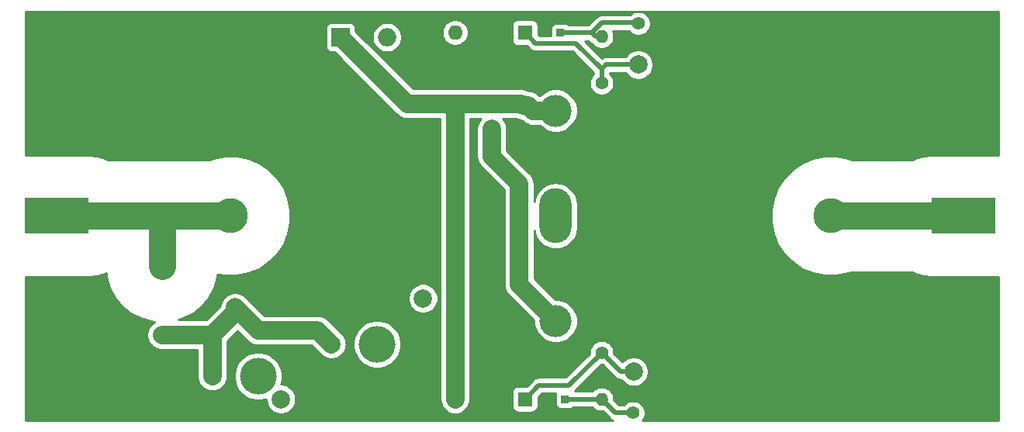
<source format=gbr>
%TF.GenerationSoftware,KiCad,Pcbnew,5.1.6-c6e7f7d~87~ubuntu20.04.1*%
%TF.CreationDate,2020-09-30T12:14:49+02:00*%
%TF.ProjectId,SWR bridge,53575220-6272-4696-9467-652e6b696361,rev?*%
%TF.SameCoordinates,Original*%
%TF.FileFunction,Copper,L1,Top*%
%TF.FilePolarity,Positive*%
%FSLAX46Y46*%
G04 Gerber Fmt 4.6, Leading zero omitted, Abs format (unit mm)*
G04 Created by KiCad (PCBNEW 5.1.6-c6e7f7d~87~ubuntu20.04.1) date 2020-09-30 12:14:49*
%MOMM*%
%LPD*%
G01*
G04 APERTURE LIST*
%TA.AperFunction,ComponentPad*%
%ADD10C,3.800000*%
%TD*%
%TA.AperFunction,ComponentPad*%
%ADD11C,2.000000*%
%TD*%
%TA.AperFunction,ComponentPad*%
%ADD12C,4.000000*%
%TD*%
%TA.AperFunction,ComponentPad*%
%ADD13R,1.600000X1.600000*%
%TD*%
%TA.AperFunction,ComponentPad*%
%ADD14O,1.600000X1.600000*%
%TD*%
%TA.AperFunction,ComponentPad*%
%ADD15R,7.000000X4.000000*%
%TD*%
%TA.AperFunction,ComponentPad*%
%ADD16R,7.000000X5.000000*%
%TD*%
%TA.AperFunction,ComponentPad*%
%ADD17C,3.500000*%
%TD*%
%TA.AperFunction,ComponentPad*%
%ADD18O,3.500000X6.000000*%
%TD*%
%TA.AperFunction,ComponentPad*%
%ADD19R,0.850000X0.850000*%
%TD*%
%TA.AperFunction,ComponentPad*%
%ADD20R,2.000000X2.000000*%
%TD*%
%TA.AperFunction,ComponentPad*%
%ADD21O,2.000000X2.000000*%
%TD*%
%TA.AperFunction,ComponentPad*%
%ADD22O,1.400000X1.400000*%
%TD*%
%TA.AperFunction,ComponentPad*%
%ADD23C,1.400000*%
%TD*%
%TA.AperFunction,ViaPad*%
%ADD24C,1.000000*%
%TD*%
%TA.AperFunction,Conductor*%
%ADD25C,0.250000*%
%TD*%
%TA.AperFunction,Conductor*%
%ADD26C,0.500000*%
%TD*%
%TA.AperFunction,Conductor*%
%ADD27C,3.000000*%
%TD*%
%TA.AperFunction,Conductor*%
%ADD28C,2.000000*%
%TD*%
%TA.AperFunction,Conductor*%
%ADD29C,0.254000*%
%TD*%
G04 APERTURE END LIST*
D10*
%TO.P,REF\u002A\u002A,2*%
%TO.N,Earth*%
X147500000Y-76000000D03*
%TD*%
%TO.P,REF\u002A\u002A,2*%
%TO.N,Earth*%
X136500000Y-76000000D03*
%TD*%
%TO.P,REF\u002A\u002A,2*%
%TO.N,Earth*%
X147000000Y-38500000D03*
%TD*%
%TO.P,REF\u002A\u002A,2*%
%TO.N,Earth*%
X136500000Y-38500000D03*
%TD*%
%TO.P,REF\u002A\u002A,3*%
%TO.N,Earth*%
X129500000Y-68000000D03*
%TD*%
%TO.P,REF\u002A\u002A,3*%
%TO.N,Earth*%
X120000000Y-68000000D03*
%TD*%
%TO.P,REF\u002A\u002A,2*%
%TO.N,Earth*%
X129500000Y-46500000D03*
%TD*%
%TO.P,REF\u002A\u002A,1*%
%TO.N,Earth*%
X120000000Y-46500000D03*
%TD*%
D11*
%TO.P,C3,1*%
%TO.N,/REF*%
X120000000Y-40500000D03*
%TO.P,C3,2*%
%TO.N,Earth*%
X125000000Y-40500000D03*
%TD*%
%TO.P,C4,1*%
%TO.N,/FORWARD*%
X119500000Y-74000000D03*
%TO.P,C4,2*%
%TO.N,Earth*%
X124500000Y-74000000D03*
%TD*%
%TO.P,R1,1*%
%TO.N,/T-center*%
X86500000Y-71000000D03*
%TO.P,R1,2*%
%TO.N,Earth*%
X96500000Y-76000000D03*
%TO.P,R1,3*%
%TO.N,N/C*%
X96500000Y-66000000D03*
D12*
%TO.P,R1,4*%
X91500000Y-71000000D03*
%TD*%
D11*
%TO.P,C2,2*%
%TO.N,Earth*%
X81000000Y-72000000D03*
%TO.P,C2,3*%
%TO.N,N/C*%
X81000000Y-77000000D03*
%TO.P,C2,1*%
%TO.N,/T-center*%
X73500000Y-74500000D03*
D12*
%TO.P,C2,4*%
%TO.N,N/C*%
X78500000Y-74500000D03*
%TD*%
D11*
%TO.P,C5,2*%
%TO.N,Earth*%
X81000000Y-67000000D03*
%TO.P,C5,1*%
%TO.N,/T-center*%
X76000000Y-67000000D03*
%TD*%
D13*
%TO.P,D1,1*%
%TO.N,/REF*%
X107620000Y-37000000D03*
D14*
%TO.P,D1,2*%
%TO.N,/T1*%
X100000000Y-37000000D03*
%TD*%
%TO.P,D2,2*%
%TO.N,/T2*%
X100000000Y-77000000D03*
D13*
%TO.P,D2,1*%
%TO.N,/FORWARD*%
X107620000Y-77000000D03*
%TD*%
D15*
%TO.P,J3,1*%
%TO.N,/RF-IN*%
X155500000Y-57000000D03*
D16*
%TO.P,J3,2*%
%TO.N,Earth*%
X155500000Y-44500000D03*
%TO.P,J3,3*%
X155500000Y-69500000D03*
%TD*%
D17*
%TO.P,L2,3*%
%TO.N,/T2*%
X111000000Y-45500000D03*
%TO.P,L2,2*%
%TO.N,/T1*%
X111000000Y-68500000D03*
D18*
%TO.P,L2,1*%
%TO.N,/T-center*%
X111000000Y-57000000D03*
%TD*%
D10*
%TO.P,J4,1*%
%TO.N,/RF-OUT*%
X75500000Y-57000000D03*
%TD*%
%TO.P,J5,1*%
%TO.N,/RF-IN*%
X141000000Y-57000000D03*
%TD*%
D11*
%TO.P,C1,1*%
%TO.N,/RF-OUT*%
X68000000Y-62487500D03*
%TO.P,C1,2*%
%TO.N,/T-center*%
X68000000Y-69987500D03*
%TD*%
D19*
%TO.P,J2,1*%
%TO.N,/vREF*%
X111500000Y-37000000D03*
%TD*%
%TO.P,J6,1*%
%TO.N,/VFOR*%
X112000000Y-77000000D03*
%TD*%
D15*
%TO.P,J1,1*%
%TO.N,/RF-OUT*%
X56500000Y-57000000D03*
D16*
%TO.P,J1,2*%
%TO.N,Earth*%
X56500000Y-44500000D03*
%TO.P,J1,3*%
X56500000Y-69500000D03*
%TD*%
D20*
%TO.P,R2,1*%
%TO.N,/T2*%
X87500000Y-37500000D03*
D21*
%TO.P,R2,2*%
%TO.N,/T1*%
X92580000Y-37500000D03*
%TD*%
D10*
%TO.P,J7,1*%
%TO.N,Earth*%
X56000000Y-37000000D03*
%TD*%
%TO.P,J8,1*%
%TO.N,Earth*%
X56000000Y-77000000D03*
%TD*%
%TO.P,J9,1*%
%TO.N,Earth*%
X157000000Y-37000000D03*
%TD*%
%TO.P,J10,1*%
%TO.N,Earth*%
X157000000Y-77000000D03*
%TD*%
D22*
%TO.P,R3,2*%
%TO.N,/vREF*%
X116000000Y-37420000D03*
D23*
%TO.P,R3,1*%
%TO.N,/REF*%
X116000000Y-42500000D03*
%TD*%
D22*
%TO.P,R4,2*%
%TO.N,Earth*%
X125080000Y-36000000D03*
D23*
%TO.P,R4,1*%
%TO.N,/vREF*%
X120000000Y-36000000D03*
%TD*%
%TO.P,R5,1*%
%TO.N,/FORWARD*%
X116000000Y-71920000D03*
D22*
%TO.P,R5,2*%
%TO.N,/VFOR*%
X116000000Y-77000000D03*
%TD*%
D23*
%TO.P,R6,1*%
%TO.N,/VFOR*%
X119420000Y-78500000D03*
D22*
%TO.P,R6,2*%
%TO.N,Earth*%
X124500000Y-78500000D03*
%TD*%
D24*
%TO.N,/T1*%
X104000000Y-47500000D03*
%TD*%
D25*
%TO.N,Earth*%
X152000000Y-44500000D02*
X155500000Y-44500000D01*
D26*
%TO.N,/FORWARD*%
X118080000Y-74000000D02*
X116000000Y-71920000D01*
X119500000Y-74000000D02*
X118080000Y-74000000D01*
X116000000Y-71920000D02*
X112420000Y-75500000D01*
X109120000Y-75500000D02*
X107620000Y-77000000D01*
X112420000Y-75500000D02*
X109120000Y-75500000D01*
D25*
%TO.N,/REF*%
X107668440Y-37048440D02*
X107620000Y-37000000D01*
D26*
X113175001Y-38175001D02*
X116000000Y-41000000D01*
X108795001Y-38175001D02*
X113175001Y-38175001D01*
X107620000Y-37000000D02*
X108795001Y-38175001D01*
X116500000Y-40500000D02*
X116000000Y-41000000D01*
X120000000Y-40500000D02*
X116500000Y-40500000D01*
X116000000Y-42500000D02*
X116000000Y-41000000D01*
D27*
%TO.N,/RF-OUT*%
X68000000Y-57000000D02*
X60500000Y-57000000D01*
X68000000Y-62487500D02*
X68000000Y-57000000D01*
X75500000Y-57000000D02*
X68000000Y-57000000D01*
X75500000Y-57000000D02*
X58525010Y-57000000D01*
D28*
%TO.N,/T-center*%
X76000000Y-67487500D02*
X76000000Y-67000000D01*
X73500000Y-69987500D02*
X76000000Y-67487500D01*
X73500000Y-69987500D02*
X73500000Y-74500000D01*
X68000000Y-69987500D02*
X73500000Y-69987500D01*
X85000000Y-69500000D02*
X86500000Y-71000000D01*
X78500000Y-69500000D02*
X85000000Y-69500000D01*
X76000000Y-67000000D02*
X78500000Y-69500000D01*
%TO.N,/T1*%
X107000000Y-54500000D02*
X107000000Y-64500000D01*
X107000000Y-64500000D02*
X111000000Y-68500000D01*
X107000000Y-53500000D02*
X104000000Y-50500000D01*
X107000000Y-54500000D02*
X107000000Y-53500000D01*
X104000000Y-50500000D02*
X104000000Y-47500000D01*
%TO.N,/T2*%
X107474873Y-44974873D02*
X107249610Y-44749610D01*
X108000000Y-44974873D02*
X107474873Y-44974873D01*
X108525127Y-45500000D02*
X108000000Y-44974873D01*
X111000000Y-45500000D02*
X108525127Y-45500000D01*
X100000000Y-45500000D02*
X99249610Y-44749610D01*
X100000000Y-77000000D02*
X100000000Y-45500000D01*
X107249610Y-44749610D02*
X99249610Y-44749610D01*
X94749610Y-44749610D02*
X87500000Y-37500000D01*
X99249610Y-44749610D02*
X94749610Y-44749610D01*
D27*
%TO.N,/RF-IN*%
X141000000Y-57000000D02*
X153974990Y-57000000D01*
D26*
%TO.N,/vREF*%
X114920000Y-37000000D02*
X116000000Y-35920000D01*
X111500000Y-37000000D02*
X114920000Y-37000000D01*
X119920000Y-35920000D02*
X120000000Y-36000000D01*
X116000000Y-35920000D02*
X119920000Y-35920000D01*
X115340000Y-37420000D02*
X114920000Y-37000000D01*
X116000000Y-37420000D02*
X115340000Y-37420000D01*
%TO.N,/VFOR*%
X117500000Y-78500000D02*
X116000000Y-77000000D01*
X119420000Y-78500000D02*
X117500000Y-78500000D01*
X112000000Y-77000000D02*
X116000000Y-77000000D01*
%TD*%
D29*
%TO.N,Earth*%
G36*
X159340000Y-35032418D02*
G01*
X159340001Y-35032428D01*
X159340001Y-50384099D01*
X159000000Y-50350612D01*
X152000000Y-50350612D01*
X151092949Y-50439949D01*
X150220756Y-50704526D01*
X149905563Y-50873000D01*
X143263986Y-50873000D01*
X142903856Y-50723829D01*
X141642853Y-50473000D01*
X140357147Y-50473000D01*
X139096144Y-50723829D01*
X137908306Y-51215848D01*
X136839280Y-51930148D01*
X135930148Y-52839280D01*
X135215848Y-53908306D01*
X134723829Y-55096144D01*
X134473000Y-56357147D01*
X134473000Y-57642853D01*
X134723829Y-58903856D01*
X135215848Y-60091694D01*
X135930148Y-61160720D01*
X136839280Y-62069852D01*
X137908306Y-62784152D01*
X139096144Y-63276171D01*
X140357147Y-63527000D01*
X141642853Y-63527000D01*
X142903856Y-63276171D01*
X143263986Y-63127000D01*
X149905563Y-63127000D01*
X150220756Y-63295474D01*
X151092949Y-63560051D01*
X152000000Y-63649388D01*
X159000000Y-63649388D01*
X159340000Y-63615901D01*
X159340000Y-79340000D01*
X120464321Y-79340000D01*
X120603061Y-79132359D01*
X120703696Y-78889405D01*
X120755000Y-78631486D01*
X120755000Y-78368514D01*
X120703696Y-78110595D01*
X120603061Y-77867641D01*
X120456962Y-77648987D01*
X120271013Y-77463038D01*
X120052359Y-77316939D01*
X119809405Y-77216304D01*
X119551486Y-77165000D01*
X119288514Y-77165000D01*
X119030595Y-77216304D01*
X118787641Y-77316939D01*
X118568987Y-77463038D01*
X118417025Y-77615000D01*
X117866579Y-77615000D01*
X117335000Y-77083422D01*
X117335000Y-76868514D01*
X117283696Y-76610595D01*
X117183061Y-76367641D01*
X117036962Y-76148987D01*
X116851013Y-75963038D01*
X116632359Y-75816939D01*
X116389405Y-75716304D01*
X116131486Y-75665000D01*
X115868514Y-75665000D01*
X115610595Y-75716304D01*
X115367641Y-75816939D01*
X115148987Y-75963038D01*
X114997025Y-76115000D01*
X113060156Y-76115000D01*
X113076534Y-76095044D01*
X115916579Y-73255000D01*
X116083422Y-73255000D01*
X117423470Y-74595049D01*
X117451183Y-74628817D01*
X117484951Y-74656530D01*
X117484953Y-74656532D01*
X117511613Y-74678411D01*
X117585941Y-74739411D01*
X117739687Y-74821589D01*
X117906510Y-74872195D01*
X118036523Y-74885000D01*
X118036533Y-74885000D01*
X118079999Y-74889281D01*
X118123465Y-74885000D01*
X118124941Y-74885000D01*
X118230013Y-75042252D01*
X118457748Y-75269987D01*
X118725537Y-75448918D01*
X119023088Y-75572168D01*
X119338967Y-75635000D01*
X119661033Y-75635000D01*
X119976912Y-75572168D01*
X120274463Y-75448918D01*
X120542252Y-75269987D01*
X120769987Y-75042252D01*
X120948918Y-74774463D01*
X121072168Y-74476912D01*
X121135000Y-74161033D01*
X121135000Y-73838967D01*
X121072168Y-73523088D01*
X120948918Y-73225537D01*
X120769987Y-72957748D01*
X120542252Y-72730013D01*
X120274463Y-72551082D01*
X119976912Y-72427832D01*
X119661033Y-72365000D01*
X119338967Y-72365000D01*
X119023088Y-72427832D01*
X118725537Y-72551082D01*
X118457748Y-72730013D01*
X118259670Y-72928091D01*
X117335000Y-72003422D01*
X117335000Y-71788514D01*
X117283696Y-71530595D01*
X117183061Y-71287641D01*
X117036962Y-71068987D01*
X116851013Y-70883038D01*
X116632359Y-70736939D01*
X116389405Y-70636304D01*
X116131486Y-70585000D01*
X115868514Y-70585000D01*
X115610595Y-70636304D01*
X115367641Y-70736939D01*
X115148987Y-70883038D01*
X114963038Y-71068987D01*
X114816939Y-71287641D01*
X114716304Y-71530595D01*
X114665000Y-71788514D01*
X114665000Y-72003421D01*
X112053422Y-74615000D01*
X109163465Y-74615000D01*
X109119999Y-74610719D01*
X109076533Y-74615000D01*
X109076523Y-74615000D01*
X108946510Y-74627805D01*
X108779687Y-74678411D01*
X108625941Y-74760589D01*
X108625939Y-74760590D01*
X108625940Y-74760590D01*
X108524953Y-74843468D01*
X108524951Y-74843470D01*
X108491183Y-74871183D01*
X108463470Y-74904951D01*
X107806493Y-75561928D01*
X106820000Y-75561928D01*
X106695518Y-75574188D01*
X106575820Y-75610498D01*
X106465506Y-75669463D01*
X106368815Y-75748815D01*
X106289463Y-75845506D01*
X106230498Y-75955820D01*
X106194188Y-76075518D01*
X106181928Y-76200000D01*
X106181928Y-77800000D01*
X106194188Y-77924482D01*
X106230498Y-78044180D01*
X106289463Y-78154494D01*
X106368815Y-78251185D01*
X106465506Y-78330537D01*
X106575820Y-78389502D01*
X106695518Y-78425812D01*
X106820000Y-78438072D01*
X108420000Y-78438072D01*
X108544482Y-78425812D01*
X108664180Y-78389502D01*
X108774494Y-78330537D01*
X108871185Y-78251185D01*
X108950537Y-78154494D01*
X109009502Y-78044180D01*
X109045812Y-77924482D01*
X109058072Y-77800000D01*
X109058072Y-76813507D01*
X109486579Y-76385000D01*
X110969063Y-76385000D01*
X110949188Y-76450518D01*
X110936928Y-76575000D01*
X110936928Y-77425000D01*
X110949188Y-77549482D01*
X110985498Y-77669180D01*
X111044463Y-77779494D01*
X111123815Y-77876185D01*
X111220506Y-77955537D01*
X111330820Y-78014502D01*
X111450518Y-78050812D01*
X111575000Y-78063072D01*
X112425000Y-78063072D01*
X112549482Y-78050812D01*
X112669180Y-78014502D01*
X112779494Y-77955537D01*
X112865444Y-77885000D01*
X114997025Y-77885000D01*
X115148987Y-78036962D01*
X115367641Y-78183061D01*
X115610595Y-78283696D01*
X115868514Y-78335000D01*
X116083422Y-78335000D01*
X116843470Y-79095049D01*
X116871183Y-79128817D01*
X116904951Y-79156530D01*
X116904953Y-79156532D01*
X116976452Y-79215210D01*
X117005941Y-79239411D01*
X117159687Y-79321589D01*
X117220379Y-79340000D01*
X53160000Y-79340000D01*
X53160000Y-63649388D01*
X60000000Y-63649388D01*
X60907051Y-63560051D01*
X61779244Y-63295474D01*
X61915747Y-63222512D01*
X61961653Y-63688601D01*
X62312002Y-64843545D01*
X62880937Y-65907948D01*
X63646595Y-66840905D01*
X64579551Y-67606563D01*
X65643954Y-68175498D01*
X66798898Y-68525847D01*
X67187339Y-68564105D01*
X67158431Y-68583421D01*
X67087248Y-68621469D01*
X67024854Y-68672674D01*
X66957748Y-68717513D01*
X66900681Y-68774580D01*
X66838286Y-68825786D01*
X66787080Y-68888181D01*
X66730013Y-68945248D01*
X66685174Y-69012354D01*
X66633969Y-69074748D01*
X66595921Y-69145931D01*
X66551082Y-69213037D01*
X66520196Y-69287602D01*
X66482148Y-69358785D01*
X66458719Y-69436021D01*
X66427832Y-69510588D01*
X66412086Y-69589749D01*
X66388657Y-69666984D01*
X66380746Y-69747307D01*
X66365000Y-69826467D01*
X66365000Y-69907178D01*
X66357089Y-69987500D01*
X66365000Y-70067822D01*
X66365000Y-70148533D01*
X66380746Y-70227693D01*
X66388657Y-70308016D01*
X66412086Y-70385251D01*
X66427832Y-70464412D01*
X66458719Y-70538979D01*
X66482148Y-70616215D01*
X66520196Y-70687398D01*
X66551082Y-70761963D01*
X66595921Y-70829069D01*
X66633969Y-70900252D01*
X66685174Y-70962646D01*
X66730013Y-71029752D01*
X66787080Y-71086819D01*
X66838286Y-71149214D01*
X66900681Y-71200420D01*
X66957748Y-71257487D01*
X67024854Y-71302326D01*
X67087248Y-71353531D01*
X67158431Y-71391579D01*
X67225537Y-71436418D01*
X67300102Y-71467304D01*
X67371285Y-71505352D01*
X67448521Y-71528781D01*
X67523088Y-71559668D01*
X67602249Y-71575414D01*
X67679484Y-71598843D01*
X67759807Y-71606754D01*
X67838967Y-71622500D01*
X71865000Y-71622500D01*
X71865001Y-74338962D01*
X71865000Y-74338967D01*
X71865000Y-74661033D01*
X71880748Y-74740203D01*
X71888658Y-74820516D01*
X71912084Y-74897742D01*
X71927832Y-74976912D01*
X71958722Y-75051488D01*
X71982149Y-75128715D01*
X72020192Y-75199889D01*
X72051082Y-75274463D01*
X72095926Y-75341577D01*
X72133970Y-75412752D01*
X72185170Y-75475139D01*
X72230013Y-75542252D01*
X72287085Y-75599324D01*
X72338287Y-75661714D01*
X72400677Y-75712916D01*
X72457748Y-75769987D01*
X72524860Y-75814830D01*
X72587249Y-75866031D01*
X72658427Y-75904076D01*
X72725537Y-75948918D01*
X72800107Y-75979806D01*
X72871286Y-76017852D01*
X72948518Y-76041280D01*
X73023088Y-76072168D01*
X73102252Y-76087915D01*
X73179485Y-76111343D01*
X73259806Y-76119254D01*
X73338967Y-76135000D01*
X73419678Y-76135000D01*
X73500000Y-76142911D01*
X73580322Y-76135000D01*
X73661033Y-76135000D01*
X73740193Y-76119254D01*
X73820516Y-76111343D01*
X73897751Y-76087914D01*
X73976912Y-76072168D01*
X74051479Y-76041281D01*
X74128715Y-76017852D01*
X74199898Y-75979804D01*
X74274463Y-75948918D01*
X74341569Y-75904079D01*
X74412752Y-75866031D01*
X74475146Y-75814826D01*
X74542252Y-75769987D01*
X74599319Y-75712920D01*
X74661714Y-75661714D01*
X74712920Y-75599319D01*
X74769987Y-75542252D01*
X74814826Y-75475146D01*
X74866031Y-75412752D01*
X74904079Y-75341569D01*
X74948918Y-75274463D01*
X74979804Y-75199898D01*
X75017852Y-75128715D01*
X75041281Y-75051479D01*
X75072168Y-74976912D01*
X75087914Y-74897751D01*
X75111343Y-74820516D01*
X75119254Y-74740193D01*
X75135000Y-74661033D01*
X75135000Y-74240475D01*
X75865000Y-74240475D01*
X75865000Y-74759525D01*
X75966261Y-75268601D01*
X76164893Y-75748141D01*
X76453262Y-76179715D01*
X76820285Y-76546738D01*
X77251859Y-76835107D01*
X77731399Y-77033739D01*
X78240475Y-77135000D01*
X78759525Y-77135000D01*
X79268601Y-77033739D01*
X79365000Y-76993809D01*
X79365000Y-77161033D01*
X79427832Y-77476912D01*
X79551082Y-77774463D01*
X79730013Y-78042252D01*
X79957748Y-78269987D01*
X80225537Y-78448918D01*
X80523088Y-78572168D01*
X80838967Y-78635000D01*
X81161033Y-78635000D01*
X81476912Y-78572168D01*
X81774463Y-78448918D01*
X82042252Y-78269987D01*
X82269987Y-78042252D01*
X82448918Y-77774463D01*
X82572168Y-77476912D01*
X82635000Y-77161033D01*
X82635000Y-76838967D01*
X82572168Y-76523088D01*
X82448918Y-76225537D01*
X82269987Y-75957748D01*
X82042252Y-75730013D01*
X81774463Y-75551082D01*
X81476912Y-75427832D01*
X81161033Y-75365000D01*
X80993809Y-75365000D01*
X81033739Y-75268601D01*
X81135000Y-74759525D01*
X81135000Y-74240475D01*
X81033739Y-73731399D01*
X80835107Y-73251859D01*
X80546738Y-72820285D01*
X80179715Y-72453262D01*
X79748141Y-72164893D01*
X79268601Y-71966261D01*
X78759525Y-71865000D01*
X78240475Y-71865000D01*
X77731399Y-71966261D01*
X77251859Y-72164893D01*
X76820285Y-72453262D01*
X76453262Y-72820285D01*
X76164893Y-73251859D01*
X75966261Y-73731399D01*
X75865000Y-74240475D01*
X75135000Y-74240475D01*
X75135000Y-70664738D01*
X76243750Y-69555989D01*
X77287080Y-70599319D01*
X77338286Y-70661714D01*
X77587248Y-70866031D01*
X77871285Y-71017852D01*
X78179484Y-71111343D01*
X78419678Y-71135000D01*
X78419680Y-71135000D01*
X78500000Y-71142911D01*
X78580319Y-71135000D01*
X84322762Y-71135000D01*
X85230013Y-72042252D01*
X85457748Y-72269987D01*
X85524857Y-72314828D01*
X85587247Y-72366030D01*
X85658427Y-72404077D01*
X85725537Y-72448918D01*
X85800106Y-72479806D01*
X85871284Y-72517851D01*
X85948515Y-72541279D01*
X86023088Y-72572168D01*
X86102256Y-72587915D01*
X86179483Y-72611342D01*
X86259800Y-72619253D01*
X86338967Y-72635000D01*
X86419680Y-72635000D01*
X86499999Y-72642911D01*
X86580319Y-72635000D01*
X86661033Y-72635000D01*
X86740201Y-72619253D01*
X86820516Y-72611342D01*
X86897741Y-72587916D01*
X86976912Y-72572168D01*
X87051490Y-72541277D01*
X87128714Y-72517851D01*
X87199886Y-72479809D01*
X87274463Y-72448918D01*
X87341578Y-72404073D01*
X87412752Y-72366030D01*
X87475138Y-72314831D01*
X87542252Y-72269987D01*
X87599328Y-72212911D01*
X87661713Y-72161713D01*
X87712911Y-72099328D01*
X87769987Y-72042252D01*
X87814831Y-71975138D01*
X87866030Y-71912752D01*
X87904073Y-71841578D01*
X87948918Y-71774463D01*
X87979809Y-71699886D01*
X88017851Y-71628714D01*
X88041277Y-71551490D01*
X88072168Y-71476912D01*
X88087916Y-71397741D01*
X88111342Y-71320516D01*
X88119253Y-71240201D01*
X88135000Y-71161033D01*
X88135000Y-71080319D01*
X88142911Y-70999999D01*
X88135000Y-70919680D01*
X88135000Y-70838967D01*
X88119253Y-70759800D01*
X88117350Y-70740475D01*
X88865000Y-70740475D01*
X88865000Y-71259525D01*
X88966261Y-71768601D01*
X89164893Y-72248141D01*
X89453262Y-72679715D01*
X89820285Y-73046738D01*
X90251859Y-73335107D01*
X90731399Y-73533739D01*
X91240475Y-73635000D01*
X91759525Y-73635000D01*
X92268601Y-73533739D01*
X92748141Y-73335107D01*
X93179715Y-73046738D01*
X93546738Y-72679715D01*
X93835107Y-72248141D01*
X94033739Y-71768601D01*
X94135000Y-71259525D01*
X94135000Y-70740475D01*
X94033739Y-70231399D01*
X93835107Y-69751859D01*
X93546738Y-69320285D01*
X93179715Y-68953262D01*
X92748141Y-68664893D01*
X92268601Y-68466261D01*
X91759525Y-68365000D01*
X91240475Y-68365000D01*
X90731399Y-68466261D01*
X90251859Y-68664893D01*
X89820285Y-68953262D01*
X89453262Y-69320285D01*
X89164893Y-69751859D01*
X88966261Y-70231399D01*
X88865000Y-70740475D01*
X88117350Y-70740475D01*
X88111342Y-70679483D01*
X88087915Y-70602256D01*
X88072168Y-70523088D01*
X88041279Y-70448515D01*
X88017851Y-70371284D01*
X87979806Y-70300106D01*
X87948918Y-70225537D01*
X87904077Y-70158427D01*
X87866030Y-70087247D01*
X87814828Y-70024857D01*
X87769987Y-69957748D01*
X86212925Y-68400686D01*
X86161714Y-68338286D01*
X85912752Y-68133969D01*
X85628715Y-67982148D01*
X85320516Y-67888657D01*
X85080322Y-67865000D01*
X85080319Y-67865000D01*
X85000000Y-67857089D01*
X84919681Y-67865000D01*
X79177239Y-67865000D01*
X77269989Y-65957751D01*
X77269987Y-65957748D01*
X77212920Y-65900681D01*
X77162273Y-65838967D01*
X94865000Y-65838967D01*
X94865000Y-66161033D01*
X94927832Y-66476912D01*
X95051082Y-66774463D01*
X95230013Y-67042252D01*
X95457748Y-67269987D01*
X95725537Y-67448918D01*
X96023088Y-67572168D01*
X96338967Y-67635000D01*
X96661033Y-67635000D01*
X96976912Y-67572168D01*
X97274463Y-67448918D01*
X97542252Y-67269987D01*
X97769987Y-67042252D01*
X97948918Y-66774463D01*
X98072168Y-66476912D01*
X98135000Y-66161033D01*
X98135000Y-65838967D01*
X98072168Y-65523088D01*
X97948918Y-65225537D01*
X97769987Y-64957748D01*
X97542252Y-64730013D01*
X97274463Y-64551082D01*
X96976912Y-64427832D01*
X96661033Y-64365000D01*
X96338967Y-64365000D01*
X96023088Y-64427832D01*
X95725537Y-64551082D01*
X95457748Y-64730013D01*
X95230013Y-64957748D01*
X95051082Y-65225537D01*
X94927832Y-65523088D01*
X94865000Y-65838967D01*
X77162273Y-65838967D01*
X77161714Y-65838286D01*
X77099319Y-65787080D01*
X77042252Y-65730013D01*
X76975146Y-65685174D01*
X76912752Y-65633969D01*
X76841569Y-65595921D01*
X76774463Y-65551082D01*
X76699898Y-65520196D01*
X76628715Y-65482148D01*
X76551479Y-65458719D01*
X76476912Y-65427832D01*
X76397751Y-65412086D01*
X76320516Y-65388657D01*
X76240193Y-65380746D01*
X76161033Y-65365000D01*
X76080322Y-65365000D01*
X76000000Y-65357089D01*
X75919678Y-65365000D01*
X75838967Y-65365000D01*
X75759806Y-65380746D01*
X75679485Y-65388657D01*
X75602252Y-65412085D01*
X75523088Y-65427832D01*
X75448518Y-65458720D01*
X75371286Y-65482148D01*
X75300107Y-65520194D01*
X75225537Y-65551082D01*
X75158427Y-65595924D01*
X75087249Y-65633969D01*
X75024858Y-65685171D01*
X74957748Y-65730013D01*
X74900680Y-65787081D01*
X74838286Y-65838286D01*
X74787080Y-65900681D01*
X74730013Y-65957748D01*
X74685174Y-66024854D01*
X74633969Y-66087248D01*
X74595921Y-66158431D01*
X74551082Y-66225537D01*
X74520196Y-66300102D01*
X74482148Y-66371285D01*
X74458719Y-66448521D01*
X74427832Y-66523088D01*
X74412086Y-66602249D01*
X74388657Y-66679484D01*
X74380746Y-66759807D01*
X74372128Y-66803134D01*
X72822762Y-68352500D01*
X69772549Y-68352500D01*
X70356045Y-68175498D01*
X71420448Y-67606563D01*
X72353405Y-66840905D01*
X73119063Y-65907949D01*
X73687998Y-64843546D01*
X74038347Y-63688602D01*
X74069691Y-63370365D01*
X74857147Y-63527000D01*
X76142853Y-63527000D01*
X77403856Y-63276171D01*
X78591694Y-62784152D01*
X79660720Y-62069852D01*
X80569852Y-61160720D01*
X81284152Y-60091694D01*
X81776171Y-58903856D01*
X82027000Y-57642853D01*
X82027000Y-56357147D01*
X81776171Y-55096144D01*
X81284152Y-53908306D01*
X80569852Y-52839280D01*
X79660720Y-51930148D01*
X78591694Y-51215848D01*
X77403856Y-50723829D01*
X76142853Y-50473000D01*
X74857147Y-50473000D01*
X73596144Y-50723829D01*
X73236014Y-50873000D01*
X68300991Y-50873000D01*
X68000000Y-50843355D01*
X67699009Y-50873000D01*
X62094437Y-50873000D01*
X61779244Y-50704526D01*
X60907051Y-50439949D01*
X60000000Y-50350612D01*
X53160000Y-50350612D01*
X53160000Y-37500000D01*
X85857089Y-37500000D01*
X85861928Y-37549130D01*
X85861928Y-38500000D01*
X85874188Y-38624482D01*
X85910498Y-38744180D01*
X85969463Y-38854494D01*
X86048815Y-38951185D01*
X86145506Y-39030537D01*
X86255820Y-39089502D01*
X86375518Y-39125812D01*
X86500000Y-39138072D01*
X86825834Y-39138072D01*
X93536690Y-45848929D01*
X93587896Y-45911324D01*
X93836858Y-46115641D01*
X93986599Y-46195679D01*
X94120895Y-46267462D01*
X94429093Y-46360953D01*
X94749610Y-46392521D01*
X94829932Y-46384610D01*
X98365001Y-46384610D01*
X98365000Y-77080321D01*
X98388657Y-77320515D01*
X98482148Y-77628714D01*
X98633969Y-77912751D01*
X98838286Y-78161714D01*
X99087248Y-78366031D01*
X99371285Y-78517852D01*
X99679484Y-78611343D01*
X100000000Y-78642911D01*
X100320515Y-78611343D01*
X100628714Y-78517852D01*
X100912751Y-78366031D01*
X101161714Y-78161714D01*
X101366031Y-77912752D01*
X101517852Y-77628715D01*
X101611343Y-77320516D01*
X101635000Y-77080322D01*
X101635000Y-46384610D01*
X102800270Y-46384610D01*
X102633970Y-46587248D01*
X102482149Y-46871285D01*
X102388658Y-47179484D01*
X102365001Y-47419678D01*
X102365000Y-50419680D01*
X102357089Y-50500000D01*
X102365000Y-50580319D01*
X102365000Y-50580321D01*
X102388657Y-50820515D01*
X102482148Y-51128714D01*
X102633969Y-51412751D01*
X102838286Y-51661714D01*
X102900686Y-51712924D01*
X105365000Y-54177240D01*
X105365000Y-54419679D01*
X105365001Y-64419671D01*
X105357089Y-64500000D01*
X105388658Y-64820516D01*
X105482148Y-65128714D01*
X105533901Y-65225537D01*
X105633970Y-65412752D01*
X105838287Y-65661714D01*
X105900682Y-65712920D01*
X108615000Y-68427239D01*
X108615000Y-68734902D01*
X108706654Y-69195679D01*
X108886440Y-69629721D01*
X109147450Y-70020349D01*
X109479651Y-70352550D01*
X109870279Y-70613560D01*
X110304321Y-70793346D01*
X110765098Y-70885000D01*
X111234902Y-70885000D01*
X111695679Y-70793346D01*
X112129721Y-70613560D01*
X112520349Y-70352550D01*
X112852550Y-70020349D01*
X113113560Y-69629721D01*
X113293346Y-69195679D01*
X113385000Y-68734902D01*
X113385000Y-68265098D01*
X113293346Y-67804321D01*
X113113560Y-67370279D01*
X112852550Y-66979651D01*
X112520349Y-66647450D01*
X112129721Y-66386440D01*
X111695679Y-66206654D01*
X111234902Y-66115000D01*
X110927239Y-66115000D01*
X108635000Y-63822762D01*
X108635000Y-58570220D01*
X108649510Y-58717542D01*
X108785887Y-59167116D01*
X109007352Y-59581446D01*
X109305392Y-59944609D01*
X109668555Y-60242649D01*
X110082885Y-60464113D01*
X110532459Y-60600490D01*
X111000000Y-60646539D01*
X111467542Y-60600490D01*
X111917116Y-60464113D01*
X112331446Y-60242649D01*
X112694609Y-59944609D01*
X112992649Y-59581446D01*
X113214113Y-59167116D01*
X113350490Y-58717542D01*
X113385000Y-58367157D01*
X113385000Y-55632843D01*
X113350490Y-55282458D01*
X113214113Y-54832884D01*
X112992649Y-54418554D01*
X112694609Y-54055391D01*
X112331445Y-53757351D01*
X111917115Y-53535887D01*
X111467541Y-53399510D01*
X111000000Y-53353461D01*
X110532458Y-53399510D01*
X110082884Y-53535887D01*
X109668554Y-53757351D01*
X109305391Y-54055391D01*
X109007351Y-54418555D01*
X108785887Y-54832885D01*
X108649510Y-55282459D01*
X108635000Y-55429781D01*
X108635000Y-53580322D01*
X108642911Y-53500000D01*
X108611343Y-53179483D01*
X108517852Y-52871285D01*
X108500745Y-52839280D01*
X108366031Y-52587248D01*
X108161714Y-52338286D01*
X108099324Y-52287084D01*
X105635000Y-49822762D01*
X105635000Y-47419678D01*
X105611343Y-47179484D01*
X105517852Y-46871285D01*
X105366031Y-46587248D01*
X105199731Y-46384610D01*
X106643889Y-46384610D01*
X106846158Y-46492725D01*
X107154357Y-46586216D01*
X107314389Y-46601978D01*
X107363413Y-46661714D01*
X107612375Y-46866031D01*
X107896412Y-47017852D01*
X107904644Y-47020349D01*
X108204610Y-47111343D01*
X108525127Y-47142911D01*
X108605449Y-47135000D01*
X109262101Y-47135000D01*
X109479651Y-47352550D01*
X109870279Y-47613560D01*
X110304321Y-47793346D01*
X110765098Y-47885000D01*
X111234902Y-47885000D01*
X111695679Y-47793346D01*
X112129721Y-47613560D01*
X112520349Y-47352550D01*
X112852550Y-47020349D01*
X113113560Y-46629721D01*
X113293346Y-46195679D01*
X113385000Y-45734902D01*
X113385000Y-45265098D01*
X113293346Y-44804321D01*
X113113560Y-44370279D01*
X112852550Y-43979651D01*
X112520349Y-43647450D01*
X112129721Y-43386440D01*
X111695679Y-43206654D01*
X111234902Y-43115000D01*
X110765098Y-43115000D01*
X110304321Y-43206654D01*
X109870279Y-43386440D01*
X109479651Y-43647450D01*
X109262101Y-43865000D01*
X109204259Y-43865000D01*
X109161714Y-43813159D01*
X108912752Y-43608842D01*
X108628715Y-43457021D01*
X108320516Y-43363530D01*
X108080655Y-43339906D01*
X107878325Y-43231758D01*
X107570126Y-43138267D01*
X107329932Y-43114610D01*
X107329929Y-43114610D01*
X107249610Y-43106699D01*
X107169291Y-43114610D01*
X99329929Y-43114610D01*
X99249610Y-43106699D01*
X99169291Y-43114610D01*
X95426849Y-43114610D01*
X89651206Y-37338967D01*
X90945000Y-37338967D01*
X90945000Y-37661033D01*
X91007832Y-37976912D01*
X91131082Y-38274463D01*
X91310013Y-38542252D01*
X91537748Y-38769987D01*
X91805537Y-38948918D01*
X92103088Y-39072168D01*
X92418967Y-39135000D01*
X92741033Y-39135000D01*
X93056912Y-39072168D01*
X93354463Y-38948918D01*
X93622252Y-38769987D01*
X93849987Y-38542252D01*
X94028918Y-38274463D01*
X94152168Y-37976912D01*
X94215000Y-37661033D01*
X94215000Y-37338967D01*
X94152168Y-37023088D01*
X94084062Y-36858665D01*
X98565000Y-36858665D01*
X98565000Y-37141335D01*
X98620147Y-37418574D01*
X98728320Y-37679727D01*
X98885363Y-37914759D01*
X99085241Y-38114637D01*
X99320273Y-38271680D01*
X99581426Y-38379853D01*
X99858665Y-38435000D01*
X100141335Y-38435000D01*
X100418574Y-38379853D01*
X100679727Y-38271680D01*
X100914759Y-38114637D01*
X101114637Y-37914759D01*
X101271680Y-37679727D01*
X101379853Y-37418574D01*
X101435000Y-37141335D01*
X101435000Y-36858665D01*
X101379853Y-36581426D01*
X101271680Y-36320273D01*
X101191317Y-36200000D01*
X106181928Y-36200000D01*
X106181928Y-37800000D01*
X106194188Y-37924482D01*
X106230498Y-38044180D01*
X106289463Y-38154494D01*
X106368815Y-38251185D01*
X106465506Y-38330537D01*
X106575820Y-38389502D01*
X106695518Y-38425812D01*
X106820000Y-38438072D01*
X107806493Y-38438072D01*
X108138471Y-38770050D01*
X108166184Y-38803818D01*
X108199952Y-38831531D01*
X108199954Y-38831533D01*
X108227932Y-38854494D01*
X108300942Y-38914412D01*
X108454688Y-38996590D01*
X108621511Y-39047196D01*
X108751524Y-39060001D01*
X108751534Y-39060001D01*
X108795000Y-39064282D01*
X108838466Y-39060001D01*
X112808423Y-39060001D01*
X115115001Y-41366580D01*
X115115001Y-41497024D01*
X114963038Y-41648987D01*
X114816939Y-41867641D01*
X114716304Y-42110595D01*
X114665000Y-42368514D01*
X114665000Y-42631486D01*
X114716304Y-42889405D01*
X114816939Y-43132359D01*
X114963038Y-43351013D01*
X115148987Y-43536962D01*
X115367641Y-43683061D01*
X115610595Y-43783696D01*
X115868514Y-43835000D01*
X116131486Y-43835000D01*
X116389405Y-43783696D01*
X116632359Y-43683061D01*
X116851013Y-43536962D01*
X117036962Y-43351013D01*
X117183061Y-43132359D01*
X117283696Y-42889405D01*
X117335000Y-42631486D01*
X117335000Y-42368514D01*
X117283696Y-42110595D01*
X117183061Y-41867641D01*
X117036962Y-41648987D01*
X116885000Y-41497025D01*
X116885000Y-41385000D01*
X118624941Y-41385000D01*
X118730013Y-41542252D01*
X118957748Y-41769987D01*
X119225537Y-41948918D01*
X119523088Y-42072168D01*
X119838967Y-42135000D01*
X120161033Y-42135000D01*
X120476912Y-42072168D01*
X120774463Y-41948918D01*
X121042252Y-41769987D01*
X121269987Y-41542252D01*
X121448918Y-41274463D01*
X121572168Y-40976912D01*
X121635000Y-40661033D01*
X121635000Y-40338967D01*
X121572168Y-40023088D01*
X121448918Y-39725537D01*
X121269987Y-39457748D01*
X121042252Y-39230013D01*
X120774463Y-39051082D01*
X120476912Y-38927832D01*
X120161033Y-38865000D01*
X119838967Y-38865000D01*
X119523088Y-38927832D01*
X119225537Y-39051082D01*
X118957748Y-39230013D01*
X118730013Y-39457748D01*
X118624941Y-39615000D01*
X116543469Y-39615000D01*
X116500000Y-39610719D01*
X116456531Y-39615000D01*
X116456523Y-39615000D01*
X116326510Y-39627805D01*
X116159687Y-39678411D01*
X116009999Y-39758420D01*
X114136578Y-37885000D01*
X114553422Y-37885000D01*
X114683466Y-38015044D01*
X114711183Y-38048817D01*
X114845941Y-38159411D01*
X114912095Y-38194770D01*
X114963038Y-38271013D01*
X115148987Y-38456962D01*
X115367641Y-38603061D01*
X115610595Y-38703696D01*
X115868514Y-38755000D01*
X116131486Y-38755000D01*
X116389405Y-38703696D01*
X116632359Y-38603061D01*
X116851013Y-38456962D01*
X117036962Y-38271013D01*
X117183061Y-38052359D01*
X117283696Y-37809405D01*
X117335000Y-37551486D01*
X117335000Y-37288514D01*
X117283696Y-37030595D01*
X117190251Y-36805000D01*
X118932293Y-36805000D01*
X118963038Y-36851013D01*
X119148987Y-37036962D01*
X119367641Y-37183061D01*
X119610595Y-37283696D01*
X119868514Y-37335000D01*
X120131486Y-37335000D01*
X120389405Y-37283696D01*
X120632359Y-37183061D01*
X120851013Y-37036962D01*
X121036962Y-36851013D01*
X121183061Y-36632359D01*
X121283696Y-36389405D01*
X121335000Y-36131486D01*
X121335000Y-35868514D01*
X121283696Y-35610595D01*
X121183061Y-35367641D01*
X121036962Y-35148987D01*
X120851013Y-34963038D01*
X120632359Y-34816939D01*
X120389405Y-34716304D01*
X120131486Y-34665000D01*
X119868514Y-34665000D01*
X119610595Y-34716304D01*
X119367641Y-34816939D01*
X119148987Y-34963038D01*
X119077025Y-35035000D01*
X116043469Y-35035000D01*
X116000000Y-35030719D01*
X115956531Y-35035000D01*
X115956523Y-35035000D01*
X115826510Y-35047805D01*
X115659686Y-35098411D01*
X115505941Y-35180589D01*
X115404953Y-35263468D01*
X115404951Y-35263470D01*
X115371183Y-35291183D01*
X115343470Y-35324951D01*
X114553422Y-36115000D01*
X112365444Y-36115000D01*
X112279494Y-36044463D01*
X112169180Y-35985498D01*
X112049482Y-35949188D01*
X111925000Y-35936928D01*
X111075000Y-35936928D01*
X110950518Y-35949188D01*
X110830820Y-35985498D01*
X110720506Y-36044463D01*
X110623815Y-36123815D01*
X110544463Y-36220506D01*
X110485498Y-36330820D01*
X110449188Y-36450518D01*
X110436928Y-36575000D01*
X110436928Y-37290001D01*
X109161580Y-37290001D01*
X109058072Y-37186493D01*
X109058072Y-36200000D01*
X109045812Y-36075518D01*
X109009502Y-35955820D01*
X108950537Y-35845506D01*
X108871185Y-35748815D01*
X108774494Y-35669463D01*
X108664180Y-35610498D01*
X108544482Y-35574188D01*
X108420000Y-35561928D01*
X106820000Y-35561928D01*
X106695518Y-35574188D01*
X106575820Y-35610498D01*
X106465506Y-35669463D01*
X106368815Y-35748815D01*
X106289463Y-35845506D01*
X106230498Y-35955820D01*
X106194188Y-36075518D01*
X106181928Y-36200000D01*
X101191317Y-36200000D01*
X101114637Y-36085241D01*
X100914759Y-35885363D01*
X100679727Y-35728320D01*
X100418574Y-35620147D01*
X100141335Y-35565000D01*
X99858665Y-35565000D01*
X99581426Y-35620147D01*
X99320273Y-35728320D01*
X99085241Y-35885363D01*
X98885363Y-36085241D01*
X98728320Y-36320273D01*
X98620147Y-36581426D01*
X98565000Y-36858665D01*
X94084062Y-36858665D01*
X94028918Y-36725537D01*
X93849987Y-36457748D01*
X93622252Y-36230013D01*
X93354463Y-36051082D01*
X93056912Y-35927832D01*
X92741033Y-35865000D01*
X92418967Y-35865000D01*
X92103088Y-35927832D01*
X91805537Y-36051082D01*
X91537748Y-36230013D01*
X91310013Y-36457748D01*
X91131082Y-36725537D01*
X91007832Y-37023088D01*
X90945000Y-37338967D01*
X89651206Y-37338967D01*
X89138072Y-36825834D01*
X89138072Y-36500000D01*
X89125812Y-36375518D01*
X89089502Y-36255820D01*
X89030537Y-36145506D01*
X88951185Y-36048815D01*
X88854494Y-35969463D01*
X88744180Y-35910498D01*
X88624482Y-35874188D01*
X88500000Y-35861928D01*
X87549130Y-35861928D01*
X87500000Y-35857089D01*
X87450870Y-35861928D01*
X86500000Y-35861928D01*
X86375518Y-35874188D01*
X86255820Y-35910498D01*
X86145506Y-35969463D01*
X86048815Y-36048815D01*
X85969463Y-36145506D01*
X85910498Y-36255820D01*
X85874188Y-36375518D01*
X85861928Y-36500000D01*
X85861928Y-37450870D01*
X85857089Y-37500000D01*
X53160000Y-37500000D01*
X53160000Y-34660000D01*
X159340000Y-34660000D01*
X159340000Y-35032418D01*
G37*
X159340000Y-35032418D02*
X159340001Y-35032428D01*
X159340001Y-50384099D01*
X159000000Y-50350612D01*
X152000000Y-50350612D01*
X151092949Y-50439949D01*
X150220756Y-50704526D01*
X149905563Y-50873000D01*
X143263986Y-50873000D01*
X142903856Y-50723829D01*
X141642853Y-50473000D01*
X140357147Y-50473000D01*
X139096144Y-50723829D01*
X137908306Y-51215848D01*
X136839280Y-51930148D01*
X135930148Y-52839280D01*
X135215848Y-53908306D01*
X134723829Y-55096144D01*
X134473000Y-56357147D01*
X134473000Y-57642853D01*
X134723829Y-58903856D01*
X135215848Y-60091694D01*
X135930148Y-61160720D01*
X136839280Y-62069852D01*
X137908306Y-62784152D01*
X139096144Y-63276171D01*
X140357147Y-63527000D01*
X141642853Y-63527000D01*
X142903856Y-63276171D01*
X143263986Y-63127000D01*
X149905563Y-63127000D01*
X150220756Y-63295474D01*
X151092949Y-63560051D01*
X152000000Y-63649388D01*
X159000000Y-63649388D01*
X159340000Y-63615901D01*
X159340000Y-79340000D01*
X120464321Y-79340000D01*
X120603061Y-79132359D01*
X120703696Y-78889405D01*
X120755000Y-78631486D01*
X120755000Y-78368514D01*
X120703696Y-78110595D01*
X120603061Y-77867641D01*
X120456962Y-77648987D01*
X120271013Y-77463038D01*
X120052359Y-77316939D01*
X119809405Y-77216304D01*
X119551486Y-77165000D01*
X119288514Y-77165000D01*
X119030595Y-77216304D01*
X118787641Y-77316939D01*
X118568987Y-77463038D01*
X118417025Y-77615000D01*
X117866579Y-77615000D01*
X117335000Y-77083422D01*
X117335000Y-76868514D01*
X117283696Y-76610595D01*
X117183061Y-76367641D01*
X117036962Y-76148987D01*
X116851013Y-75963038D01*
X116632359Y-75816939D01*
X116389405Y-75716304D01*
X116131486Y-75665000D01*
X115868514Y-75665000D01*
X115610595Y-75716304D01*
X115367641Y-75816939D01*
X115148987Y-75963038D01*
X114997025Y-76115000D01*
X113060156Y-76115000D01*
X113076534Y-76095044D01*
X115916579Y-73255000D01*
X116083422Y-73255000D01*
X117423470Y-74595049D01*
X117451183Y-74628817D01*
X117484951Y-74656530D01*
X117484953Y-74656532D01*
X117511613Y-74678411D01*
X117585941Y-74739411D01*
X117739687Y-74821589D01*
X117906510Y-74872195D01*
X118036523Y-74885000D01*
X118036533Y-74885000D01*
X118079999Y-74889281D01*
X118123465Y-74885000D01*
X118124941Y-74885000D01*
X118230013Y-75042252D01*
X118457748Y-75269987D01*
X118725537Y-75448918D01*
X119023088Y-75572168D01*
X119338967Y-75635000D01*
X119661033Y-75635000D01*
X119976912Y-75572168D01*
X120274463Y-75448918D01*
X120542252Y-75269987D01*
X120769987Y-75042252D01*
X120948918Y-74774463D01*
X121072168Y-74476912D01*
X121135000Y-74161033D01*
X121135000Y-73838967D01*
X121072168Y-73523088D01*
X120948918Y-73225537D01*
X120769987Y-72957748D01*
X120542252Y-72730013D01*
X120274463Y-72551082D01*
X119976912Y-72427832D01*
X119661033Y-72365000D01*
X119338967Y-72365000D01*
X119023088Y-72427832D01*
X118725537Y-72551082D01*
X118457748Y-72730013D01*
X118259670Y-72928091D01*
X117335000Y-72003422D01*
X117335000Y-71788514D01*
X117283696Y-71530595D01*
X117183061Y-71287641D01*
X117036962Y-71068987D01*
X116851013Y-70883038D01*
X116632359Y-70736939D01*
X116389405Y-70636304D01*
X116131486Y-70585000D01*
X115868514Y-70585000D01*
X115610595Y-70636304D01*
X115367641Y-70736939D01*
X115148987Y-70883038D01*
X114963038Y-71068987D01*
X114816939Y-71287641D01*
X114716304Y-71530595D01*
X114665000Y-71788514D01*
X114665000Y-72003421D01*
X112053422Y-74615000D01*
X109163465Y-74615000D01*
X109119999Y-74610719D01*
X109076533Y-74615000D01*
X109076523Y-74615000D01*
X108946510Y-74627805D01*
X108779687Y-74678411D01*
X108625941Y-74760589D01*
X108625939Y-74760590D01*
X108625940Y-74760590D01*
X108524953Y-74843468D01*
X108524951Y-74843470D01*
X108491183Y-74871183D01*
X108463470Y-74904951D01*
X107806493Y-75561928D01*
X106820000Y-75561928D01*
X106695518Y-75574188D01*
X106575820Y-75610498D01*
X106465506Y-75669463D01*
X106368815Y-75748815D01*
X106289463Y-75845506D01*
X106230498Y-75955820D01*
X106194188Y-76075518D01*
X106181928Y-76200000D01*
X106181928Y-77800000D01*
X106194188Y-77924482D01*
X106230498Y-78044180D01*
X106289463Y-78154494D01*
X106368815Y-78251185D01*
X106465506Y-78330537D01*
X106575820Y-78389502D01*
X106695518Y-78425812D01*
X106820000Y-78438072D01*
X108420000Y-78438072D01*
X108544482Y-78425812D01*
X108664180Y-78389502D01*
X108774494Y-78330537D01*
X108871185Y-78251185D01*
X108950537Y-78154494D01*
X109009502Y-78044180D01*
X109045812Y-77924482D01*
X109058072Y-77800000D01*
X109058072Y-76813507D01*
X109486579Y-76385000D01*
X110969063Y-76385000D01*
X110949188Y-76450518D01*
X110936928Y-76575000D01*
X110936928Y-77425000D01*
X110949188Y-77549482D01*
X110985498Y-77669180D01*
X111044463Y-77779494D01*
X111123815Y-77876185D01*
X111220506Y-77955537D01*
X111330820Y-78014502D01*
X111450518Y-78050812D01*
X111575000Y-78063072D01*
X112425000Y-78063072D01*
X112549482Y-78050812D01*
X112669180Y-78014502D01*
X112779494Y-77955537D01*
X112865444Y-77885000D01*
X114997025Y-77885000D01*
X115148987Y-78036962D01*
X115367641Y-78183061D01*
X115610595Y-78283696D01*
X115868514Y-78335000D01*
X116083422Y-78335000D01*
X116843470Y-79095049D01*
X116871183Y-79128817D01*
X116904951Y-79156530D01*
X116904953Y-79156532D01*
X116976452Y-79215210D01*
X117005941Y-79239411D01*
X117159687Y-79321589D01*
X117220379Y-79340000D01*
X53160000Y-79340000D01*
X53160000Y-63649388D01*
X60000000Y-63649388D01*
X60907051Y-63560051D01*
X61779244Y-63295474D01*
X61915747Y-63222512D01*
X61961653Y-63688601D01*
X62312002Y-64843545D01*
X62880937Y-65907948D01*
X63646595Y-66840905D01*
X64579551Y-67606563D01*
X65643954Y-68175498D01*
X66798898Y-68525847D01*
X67187339Y-68564105D01*
X67158431Y-68583421D01*
X67087248Y-68621469D01*
X67024854Y-68672674D01*
X66957748Y-68717513D01*
X66900681Y-68774580D01*
X66838286Y-68825786D01*
X66787080Y-68888181D01*
X66730013Y-68945248D01*
X66685174Y-69012354D01*
X66633969Y-69074748D01*
X66595921Y-69145931D01*
X66551082Y-69213037D01*
X66520196Y-69287602D01*
X66482148Y-69358785D01*
X66458719Y-69436021D01*
X66427832Y-69510588D01*
X66412086Y-69589749D01*
X66388657Y-69666984D01*
X66380746Y-69747307D01*
X66365000Y-69826467D01*
X66365000Y-69907178D01*
X66357089Y-69987500D01*
X66365000Y-70067822D01*
X66365000Y-70148533D01*
X66380746Y-70227693D01*
X66388657Y-70308016D01*
X66412086Y-70385251D01*
X66427832Y-70464412D01*
X66458719Y-70538979D01*
X66482148Y-70616215D01*
X66520196Y-70687398D01*
X66551082Y-70761963D01*
X66595921Y-70829069D01*
X66633969Y-70900252D01*
X66685174Y-70962646D01*
X66730013Y-71029752D01*
X66787080Y-71086819D01*
X66838286Y-71149214D01*
X66900681Y-71200420D01*
X66957748Y-71257487D01*
X67024854Y-71302326D01*
X67087248Y-71353531D01*
X67158431Y-71391579D01*
X67225537Y-71436418D01*
X67300102Y-71467304D01*
X67371285Y-71505352D01*
X67448521Y-71528781D01*
X67523088Y-71559668D01*
X67602249Y-71575414D01*
X67679484Y-71598843D01*
X67759807Y-71606754D01*
X67838967Y-71622500D01*
X71865000Y-71622500D01*
X71865001Y-74338962D01*
X71865000Y-74338967D01*
X71865000Y-74661033D01*
X71880748Y-74740203D01*
X71888658Y-74820516D01*
X71912084Y-74897742D01*
X71927832Y-74976912D01*
X71958722Y-75051488D01*
X71982149Y-75128715D01*
X72020192Y-75199889D01*
X72051082Y-75274463D01*
X72095926Y-75341577D01*
X72133970Y-75412752D01*
X72185170Y-75475139D01*
X72230013Y-75542252D01*
X72287085Y-75599324D01*
X72338287Y-75661714D01*
X72400677Y-75712916D01*
X72457748Y-75769987D01*
X72524860Y-75814830D01*
X72587249Y-75866031D01*
X72658427Y-75904076D01*
X72725537Y-75948918D01*
X72800107Y-75979806D01*
X72871286Y-76017852D01*
X72948518Y-76041280D01*
X73023088Y-76072168D01*
X73102252Y-76087915D01*
X73179485Y-76111343D01*
X73259806Y-76119254D01*
X73338967Y-76135000D01*
X73419678Y-76135000D01*
X73500000Y-76142911D01*
X73580322Y-76135000D01*
X73661033Y-76135000D01*
X73740193Y-76119254D01*
X73820516Y-76111343D01*
X73897751Y-76087914D01*
X73976912Y-76072168D01*
X74051479Y-76041281D01*
X74128715Y-76017852D01*
X74199898Y-75979804D01*
X74274463Y-75948918D01*
X74341569Y-75904079D01*
X74412752Y-75866031D01*
X74475146Y-75814826D01*
X74542252Y-75769987D01*
X74599319Y-75712920D01*
X74661714Y-75661714D01*
X74712920Y-75599319D01*
X74769987Y-75542252D01*
X74814826Y-75475146D01*
X74866031Y-75412752D01*
X74904079Y-75341569D01*
X74948918Y-75274463D01*
X74979804Y-75199898D01*
X75017852Y-75128715D01*
X75041281Y-75051479D01*
X75072168Y-74976912D01*
X75087914Y-74897751D01*
X75111343Y-74820516D01*
X75119254Y-74740193D01*
X75135000Y-74661033D01*
X75135000Y-74240475D01*
X75865000Y-74240475D01*
X75865000Y-74759525D01*
X75966261Y-75268601D01*
X76164893Y-75748141D01*
X76453262Y-76179715D01*
X76820285Y-76546738D01*
X77251859Y-76835107D01*
X77731399Y-77033739D01*
X78240475Y-77135000D01*
X78759525Y-77135000D01*
X79268601Y-77033739D01*
X79365000Y-76993809D01*
X79365000Y-77161033D01*
X79427832Y-77476912D01*
X79551082Y-77774463D01*
X79730013Y-78042252D01*
X79957748Y-78269987D01*
X80225537Y-78448918D01*
X80523088Y-78572168D01*
X80838967Y-78635000D01*
X81161033Y-78635000D01*
X81476912Y-78572168D01*
X81774463Y-78448918D01*
X82042252Y-78269987D01*
X82269987Y-78042252D01*
X82448918Y-77774463D01*
X82572168Y-77476912D01*
X82635000Y-77161033D01*
X82635000Y-76838967D01*
X82572168Y-76523088D01*
X82448918Y-76225537D01*
X82269987Y-75957748D01*
X82042252Y-75730013D01*
X81774463Y-75551082D01*
X81476912Y-75427832D01*
X81161033Y-75365000D01*
X80993809Y-75365000D01*
X81033739Y-75268601D01*
X81135000Y-74759525D01*
X81135000Y-74240475D01*
X81033739Y-73731399D01*
X80835107Y-73251859D01*
X80546738Y-72820285D01*
X80179715Y-72453262D01*
X79748141Y-72164893D01*
X79268601Y-71966261D01*
X78759525Y-71865000D01*
X78240475Y-71865000D01*
X77731399Y-71966261D01*
X77251859Y-72164893D01*
X76820285Y-72453262D01*
X76453262Y-72820285D01*
X76164893Y-73251859D01*
X75966261Y-73731399D01*
X75865000Y-74240475D01*
X75135000Y-74240475D01*
X75135000Y-70664738D01*
X76243750Y-69555989D01*
X77287080Y-70599319D01*
X77338286Y-70661714D01*
X77587248Y-70866031D01*
X77871285Y-71017852D01*
X78179484Y-71111343D01*
X78419678Y-71135000D01*
X78419680Y-71135000D01*
X78500000Y-71142911D01*
X78580319Y-71135000D01*
X84322762Y-71135000D01*
X85230013Y-72042252D01*
X85457748Y-72269987D01*
X85524857Y-72314828D01*
X85587247Y-72366030D01*
X85658427Y-72404077D01*
X85725537Y-72448918D01*
X85800106Y-72479806D01*
X85871284Y-72517851D01*
X85948515Y-72541279D01*
X86023088Y-72572168D01*
X86102256Y-72587915D01*
X86179483Y-72611342D01*
X86259800Y-72619253D01*
X86338967Y-72635000D01*
X86419680Y-72635000D01*
X86499999Y-72642911D01*
X86580319Y-72635000D01*
X86661033Y-72635000D01*
X86740201Y-72619253D01*
X86820516Y-72611342D01*
X86897741Y-72587916D01*
X86976912Y-72572168D01*
X87051490Y-72541277D01*
X87128714Y-72517851D01*
X87199886Y-72479809D01*
X87274463Y-72448918D01*
X87341578Y-72404073D01*
X87412752Y-72366030D01*
X87475138Y-72314831D01*
X87542252Y-72269987D01*
X87599328Y-72212911D01*
X87661713Y-72161713D01*
X87712911Y-72099328D01*
X87769987Y-72042252D01*
X87814831Y-71975138D01*
X87866030Y-71912752D01*
X87904073Y-71841578D01*
X87948918Y-71774463D01*
X87979809Y-71699886D01*
X88017851Y-71628714D01*
X88041277Y-71551490D01*
X88072168Y-71476912D01*
X88087916Y-71397741D01*
X88111342Y-71320516D01*
X88119253Y-71240201D01*
X88135000Y-71161033D01*
X88135000Y-71080319D01*
X88142911Y-70999999D01*
X88135000Y-70919680D01*
X88135000Y-70838967D01*
X88119253Y-70759800D01*
X88117350Y-70740475D01*
X88865000Y-70740475D01*
X88865000Y-71259525D01*
X88966261Y-71768601D01*
X89164893Y-72248141D01*
X89453262Y-72679715D01*
X89820285Y-73046738D01*
X90251859Y-73335107D01*
X90731399Y-73533739D01*
X91240475Y-73635000D01*
X91759525Y-73635000D01*
X92268601Y-73533739D01*
X92748141Y-73335107D01*
X93179715Y-73046738D01*
X93546738Y-72679715D01*
X93835107Y-72248141D01*
X94033739Y-71768601D01*
X94135000Y-71259525D01*
X94135000Y-70740475D01*
X94033739Y-70231399D01*
X93835107Y-69751859D01*
X93546738Y-69320285D01*
X93179715Y-68953262D01*
X92748141Y-68664893D01*
X92268601Y-68466261D01*
X91759525Y-68365000D01*
X91240475Y-68365000D01*
X90731399Y-68466261D01*
X90251859Y-68664893D01*
X89820285Y-68953262D01*
X89453262Y-69320285D01*
X89164893Y-69751859D01*
X88966261Y-70231399D01*
X88865000Y-70740475D01*
X88117350Y-70740475D01*
X88111342Y-70679483D01*
X88087915Y-70602256D01*
X88072168Y-70523088D01*
X88041279Y-70448515D01*
X88017851Y-70371284D01*
X87979806Y-70300106D01*
X87948918Y-70225537D01*
X87904077Y-70158427D01*
X87866030Y-70087247D01*
X87814828Y-70024857D01*
X87769987Y-69957748D01*
X86212925Y-68400686D01*
X86161714Y-68338286D01*
X85912752Y-68133969D01*
X85628715Y-67982148D01*
X85320516Y-67888657D01*
X85080322Y-67865000D01*
X85080319Y-67865000D01*
X85000000Y-67857089D01*
X84919681Y-67865000D01*
X79177239Y-67865000D01*
X77269989Y-65957751D01*
X77269987Y-65957748D01*
X77212920Y-65900681D01*
X77162273Y-65838967D01*
X94865000Y-65838967D01*
X94865000Y-66161033D01*
X94927832Y-66476912D01*
X95051082Y-66774463D01*
X95230013Y-67042252D01*
X95457748Y-67269987D01*
X95725537Y-67448918D01*
X96023088Y-67572168D01*
X96338967Y-67635000D01*
X96661033Y-67635000D01*
X96976912Y-67572168D01*
X97274463Y-67448918D01*
X97542252Y-67269987D01*
X97769987Y-67042252D01*
X97948918Y-66774463D01*
X98072168Y-66476912D01*
X98135000Y-66161033D01*
X98135000Y-65838967D01*
X98072168Y-65523088D01*
X97948918Y-65225537D01*
X97769987Y-64957748D01*
X97542252Y-64730013D01*
X97274463Y-64551082D01*
X96976912Y-64427832D01*
X96661033Y-64365000D01*
X96338967Y-64365000D01*
X96023088Y-64427832D01*
X95725537Y-64551082D01*
X95457748Y-64730013D01*
X95230013Y-64957748D01*
X95051082Y-65225537D01*
X94927832Y-65523088D01*
X94865000Y-65838967D01*
X77162273Y-65838967D01*
X77161714Y-65838286D01*
X77099319Y-65787080D01*
X77042252Y-65730013D01*
X76975146Y-65685174D01*
X76912752Y-65633969D01*
X76841569Y-65595921D01*
X76774463Y-65551082D01*
X76699898Y-65520196D01*
X76628715Y-65482148D01*
X76551479Y-65458719D01*
X76476912Y-65427832D01*
X76397751Y-65412086D01*
X76320516Y-65388657D01*
X76240193Y-65380746D01*
X76161033Y-65365000D01*
X76080322Y-65365000D01*
X76000000Y-65357089D01*
X75919678Y-65365000D01*
X75838967Y-65365000D01*
X75759806Y-65380746D01*
X75679485Y-65388657D01*
X75602252Y-65412085D01*
X75523088Y-65427832D01*
X75448518Y-65458720D01*
X75371286Y-65482148D01*
X75300107Y-65520194D01*
X75225537Y-65551082D01*
X75158427Y-65595924D01*
X75087249Y-65633969D01*
X75024858Y-65685171D01*
X74957748Y-65730013D01*
X74900680Y-65787081D01*
X74838286Y-65838286D01*
X74787080Y-65900681D01*
X74730013Y-65957748D01*
X74685174Y-66024854D01*
X74633969Y-66087248D01*
X74595921Y-66158431D01*
X74551082Y-66225537D01*
X74520196Y-66300102D01*
X74482148Y-66371285D01*
X74458719Y-66448521D01*
X74427832Y-66523088D01*
X74412086Y-66602249D01*
X74388657Y-66679484D01*
X74380746Y-66759807D01*
X74372128Y-66803134D01*
X72822762Y-68352500D01*
X69772549Y-68352500D01*
X70356045Y-68175498D01*
X71420448Y-67606563D01*
X72353405Y-66840905D01*
X73119063Y-65907949D01*
X73687998Y-64843546D01*
X74038347Y-63688602D01*
X74069691Y-63370365D01*
X74857147Y-63527000D01*
X76142853Y-63527000D01*
X77403856Y-63276171D01*
X78591694Y-62784152D01*
X79660720Y-62069852D01*
X80569852Y-61160720D01*
X81284152Y-60091694D01*
X81776171Y-58903856D01*
X82027000Y-57642853D01*
X82027000Y-56357147D01*
X81776171Y-55096144D01*
X81284152Y-53908306D01*
X80569852Y-52839280D01*
X79660720Y-51930148D01*
X78591694Y-51215848D01*
X77403856Y-50723829D01*
X76142853Y-50473000D01*
X74857147Y-50473000D01*
X73596144Y-50723829D01*
X73236014Y-50873000D01*
X68300991Y-50873000D01*
X68000000Y-50843355D01*
X67699009Y-50873000D01*
X62094437Y-50873000D01*
X61779244Y-50704526D01*
X60907051Y-50439949D01*
X60000000Y-50350612D01*
X53160000Y-50350612D01*
X53160000Y-37500000D01*
X85857089Y-37500000D01*
X85861928Y-37549130D01*
X85861928Y-38500000D01*
X85874188Y-38624482D01*
X85910498Y-38744180D01*
X85969463Y-38854494D01*
X86048815Y-38951185D01*
X86145506Y-39030537D01*
X86255820Y-39089502D01*
X86375518Y-39125812D01*
X86500000Y-39138072D01*
X86825834Y-39138072D01*
X93536690Y-45848929D01*
X93587896Y-45911324D01*
X93836858Y-46115641D01*
X93986599Y-46195679D01*
X94120895Y-46267462D01*
X94429093Y-46360953D01*
X94749610Y-46392521D01*
X94829932Y-46384610D01*
X98365001Y-46384610D01*
X98365000Y-77080321D01*
X98388657Y-77320515D01*
X98482148Y-77628714D01*
X98633969Y-77912751D01*
X98838286Y-78161714D01*
X99087248Y-78366031D01*
X99371285Y-78517852D01*
X99679484Y-78611343D01*
X100000000Y-78642911D01*
X100320515Y-78611343D01*
X100628714Y-78517852D01*
X100912751Y-78366031D01*
X101161714Y-78161714D01*
X101366031Y-77912752D01*
X101517852Y-77628715D01*
X101611343Y-77320516D01*
X101635000Y-77080322D01*
X101635000Y-46384610D01*
X102800270Y-46384610D01*
X102633970Y-46587248D01*
X102482149Y-46871285D01*
X102388658Y-47179484D01*
X102365001Y-47419678D01*
X102365000Y-50419680D01*
X102357089Y-50500000D01*
X102365000Y-50580319D01*
X102365000Y-50580321D01*
X102388657Y-50820515D01*
X102482148Y-51128714D01*
X102633969Y-51412751D01*
X102838286Y-51661714D01*
X102900686Y-51712924D01*
X105365000Y-54177240D01*
X105365000Y-54419679D01*
X105365001Y-64419671D01*
X105357089Y-64500000D01*
X105388658Y-64820516D01*
X105482148Y-65128714D01*
X105533901Y-65225537D01*
X105633970Y-65412752D01*
X105838287Y-65661714D01*
X105900682Y-65712920D01*
X108615000Y-68427239D01*
X108615000Y-68734902D01*
X108706654Y-69195679D01*
X108886440Y-69629721D01*
X109147450Y-70020349D01*
X109479651Y-70352550D01*
X109870279Y-70613560D01*
X110304321Y-70793346D01*
X110765098Y-70885000D01*
X111234902Y-70885000D01*
X111695679Y-70793346D01*
X112129721Y-70613560D01*
X112520349Y-70352550D01*
X112852550Y-70020349D01*
X113113560Y-69629721D01*
X113293346Y-69195679D01*
X113385000Y-68734902D01*
X113385000Y-68265098D01*
X113293346Y-67804321D01*
X113113560Y-67370279D01*
X112852550Y-66979651D01*
X112520349Y-66647450D01*
X112129721Y-66386440D01*
X111695679Y-66206654D01*
X111234902Y-66115000D01*
X110927239Y-66115000D01*
X108635000Y-63822762D01*
X108635000Y-58570220D01*
X108649510Y-58717542D01*
X108785887Y-59167116D01*
X109007352Y-59581446D01*
X109305392Y-59944609D01*
X109668555Y-60242649D01*
X110082885Y-60464113D01*
X110532459Y-60600490D01*
X111000000Y-60646539D01*
X111467542Y-60600490D01*
X111917116Y-60464113D01*
X112331446Y-60242649D01*
X112694609Y-59944609D01*
X112992649Y-59581446D01*
X113214113Y-59167116D01*
X113350490Y-58717542D01*
X113385000Y-58367157D01*
X113385000Y-55632843D01*
X113350490Y-55282458D01*
X113214113Y-54832884D01*
X112992649Y-54418554D01*
X112694609Y-54055391D01*
X112331445Y-53757351D01*
X111917115Y-53535887D01*
X111467541Y-53399510D01*
X111000000Y-53353461D01*
X110532458Y-53399510D01*
X110082884Y-53535887D01*
X109668554Y-53757351D01*
X109305391Y-54055391D01*
X109007351Y-54418555D01*
X108785887Y-54832885D01*
X108649510Y-55282459D01*
X108635000Y-55429781D01*
X108635000Y-53580322D01*
X108642911Y-53500000D01*
X108611343Y-53179483D01*
X108517852Y-52871285D01*
X108500745Y-52839280D01*
X108366031Y-52587248D01*
X108161714Y-52338286D01*
X108099324Y-52287084D01*
X105635000Y-49822762D01*
X105635000Y-47419678D01*
X105611343Y-47179484D01*
X105517852Y-46871285D01*
X105366031Y-46587248D01*
X105199731Y-46384610D01*
X106643889Y-46384610D01*
X106846158Y-46492725D01*
X107154357Y-46586216D01*
X107314389Y-46601978D01*
X107363413Y-46661714D01*
X107612375Y-46866031D01*
X107896412Y-47017852D01*
X107904644Y-47020349D01*
X108204610Y-47111343D01*
X108525127Y-47142911D01*
X108605449Y-47135000D01*
X109262101Y-47135000D01*
X109479651Y-47352550D01*
X109870279Y-47613560D01*
X110304321Y-47793346D01*
X110765098Y-47885000D01*
X111234902Y-47885000D01*
X111695679Y-47793346D01*
X112129721Y-47613560D01*
X112520349Y-47352550D01*
X112852550Y-47020349D01*
X113113560Y-46629721D01*
X113293346Y-46195679D01*
X113385000Y-45734902D01*
X113385000Y-45265098D01*
X113293346Y-44804321D01*
X113113560Y-44370279D01*
X112852550Y-43979651D01*
X112520349Y-43647450D01*
X112129721Y-43386440D01*
X111695679Y-43206654D01*
X111234902Y-43115000D01*
X110765098Y-43115000D01*
X110304321Y-43206654D01*
X109870279Y-43386440D01*
X109479651Y-43647450D01*
X109262101Y-43865000D01*
X109204259Y-43865000D01*
X109161714Y-43813159D01*
X108912752Y-43608842D01*
X108628715Y-43457021D01*
X108320516Y-43363530D01*
X108080655Y-43339906D01*
X107878325Y-43231758D01*
X107570126Y-43138267D01*
X107329932Y-43114610D01*
X107329929Y-43114610D01*
X107249610Y-43106699D01*
X107169291Y-43114610D01*
X99329929Y-43114610D01*
X99249610Y-43106699D01*
X99169291Y-43114610D01*
X95426849Y-43114610D01*
X89651206Y-37338967D01*
X90945000Y-37338967D01*
X90945000Y-37661033D01*
X91007832Y-37976912D01*
X91131082Y-38274463D01*
X91310013Y-38542252D01*
X91537748Y-38769987D01*
X91805537Y-38948918D01*
X92103088Y-39072168D01*
X92418967Y-39135000D01*
X92741033Y-39135000D01*
X93056912Y-39072168D01*
X93354463Y-38948918D01*
X93622252Y-38769987D01*
X93849987Y-38542252D01*
X94028918Y-38274463D01*
X94152168Y-37976912D01*
X94215000Y-37661033D01*
X94215000Y-37338967D01*
X94152168Y-37023088D01*
X94084062Y-36858665D01*
X98565000Y-36858665D01*
X98565000Y-37141335D01*
X98620147Y-37418574D01*
X98728320Y-37679727D01*
X98885363Y-37914759D01*
X99085241Y-38114637D01*
X99320273Y-38271680D01*
X99581426Y-38379853D01*
X99858665Y-38435000D01*
X100141335Y-38435000D01*
X100418574Y-38379853D01*
X100679727Y-38271680D01*
X100914759Y-38114637D01*
X101114637Y-37914759D01*
X101271680Y-37679727D01*
X101379853Y-37418574D01*
X101435000Y-37141335D01*
X101435000Y-36858665D01*
X101379853Y-36581426D01*
X101271680Y-36320273D01*
X101191317Y-36200000D01*
X106181928Y-36200000D01*
X106181928Y-37800000D01*
X106194188Y-37924482D01*
X106230498Y-38044180D01*
X106289463Y-38154494D01*
X106368815Y-38251185D01*
X106465506Y-38330537D01*
X106575820Y-38389502D01*
X106695518Y-38425812D01*
X106820000Y-38438072D01*
X107806493Y-38438072D01*
X108138471Y-38770050D01*
X108166184Y-38803818D01*
X108199952Y-38831531D01*
X108199954Y-38831533D01*
X108227932Y-38854494D01*
X108300942Y-38914412D01*
X108454688Y-38996590D01*
X108621511Y-39047196D01*
X108751524Y-39060001D01*
X108751534Y-39060001D01*
X108795000Y-39064282D01*
X108838466Y-39060001D01*
X112808423Y-39060001D01*
X115115001Y-41366580D01*
X115115001Y-41497024D01*
X114963038Y-41648987D01*
X114816939Y-41867641D01*
X114716304Y-42110595D01*
X114665000Y-42368514D01*
X114665000Y-42631486D01*
X114716304Y-42889405D01*
X114816939Y-43132359D01*
X114963038Y-43351013D01*
X115148987Y-43536962D01*
X115367641Y-43683061D01*
X115610595Y-43783696D01*
X115868514Y-43835000D01*
X116131486Y-43835000D01*
X116389405Y-43783696D01*
X116632359Y-43683061D01*
X116851013Y-43536962D01*
X117036962Y-43351013D01*
X117183061Y-43132359D01*
X117283696Y-42889405D01*
X117335000Y-42631486D01*
X117335000Y-42368514D01*
X117283696Y-42110595D01*
X117183061Y-41867641D01*
X117036962Y-41648987D01*
X116885000Y-41497025D01*
X116885000Y-41385000D01*
X118624941Y-41385000D01*
X118730013Y-41542252D01*
X118957748Y-41769987D01*
X119225537Y-41948918D01*
X119523088Y-42072168D01*
X119838967Y-42135000D01*
X120161033Y-42135000D01*
X120476912Y-42072168D01*
X120774463Y-41948918D01*
X121042252Y-41769987D01*
X121269987Y-41542252D01*
X121448918Y-41274463D01*
X121572168Y-40976912D01*
X121635000Y-40661033D01*
X121635000Y-40338967D01*
X121572168Y-40023088D01*
X121448918Y-39725537D01*
X121269987Y-39457748D01*
X121042252Y-39230013D01*
X120774463Y-39051082D01*
X120476912Y-38927832D01*
X120161033Y-38865000D01*
X119838967Y-38865000D01*
X119523088Y-38927832D01*
X119225537Y-39051082D01*
X118957748Y-39230013D01*
X118730013Y-39457748D01*
X118624941Y-39615000D01*
X116543469Y-39615000D01*
X116500000Y-39610719D01*
X116456531Y-39615000D01*
X116456523Y-39615000D01*
X116326510Y-39627805D01*
X116159687Y-39678411D01*
X116009999Y-39758420D01*
X114136578Y-37885000D01*
X114553422Y-37885000D01*
X114683466Y-38015044D01*
X114711183Y-38048817D01*
X114845941Y-38159411D01*
X114912095Y-38194770D01*
X114963038Y-38271013D01*
X115148987Y-38456962D01*
X115367641Y-38603061D01*
X115610595Y-38703696D01*
X115868514Y-38755000D01*
X116131486Y-38755000D01*
X116389405Y-38703696D01*
X116632359Y-38603061D01*
X116851013Y-38456962D01*
X117036962Y-38271013D01*
X117183061Y-38052359D01*
X117283696Y-37809405D01*
X117335000Y-37551486D01*
X117335000Y-37288514D01*
X117283696Y-37030595D01*
X117190251Y-36805000D01*
X118932293Y-36805000D01*
X118963038Y-36851013D01*
X119148987Y-37036962D01*
X119367641Y-37183061D01*
X119610595Y-37283696D01*
X119868514Y-37335000D01*
X120131486Y-37335000D01*
X120389405Y-37283696D01*
X120632359Y-37183061D01*
X120851013Y-37036962D01*
X121036962Y-36851013D01*
X121183061Y-36632359D01*
X121283696Y-36389405D01*
X121335000Y-36131486D01*
X121335000Y-35868514D01*
X121283696Y-35610595D01*
X121183061Y-35367641D01*
X121036962Y-35148987D01*
X120851013Y-34963038D01*
X120632359Y-34816939D01*
X120389405Y-34716304D01*
X120131486Y-34665000D01*
X119868514Y-34665000D01*
X119610595Y-34716304D01*
X119367641Y-34816939D01*
X119148987Y-34963038D01*
X119077025Y-35035000D01*
X116043469Y-35035000D01*
X116000000Y-35030719D01*
X115956531Y-35035000D01*
X115956523Y-35035000D01*
X115826510Y-35047805D01*
X115659686Y-35098411D01*
X115505941Y-35180589D01*
X115404953Y-35263468D01*
X115404951Y-35263470D01*
X115371183Y-35291183D01*
X115343470Y-35324951D01*
X114553422Y-36115000D01*
X112365444Y-36115000D01*
X112279494Y-36044463D01*
X112169180Y-35985498D01*
X112049482Y-35949188D01*
X111925000Y-35936928D01*
X111075000Y-35936928D01*
X110950518Y-35949188D01*
X110830820Y-35985498D01*
X110720506Y-36044463D01*
X110623815Y-36123815D01*
X110544463Y-36220506D01*
X110485498Y-36330820D01*
X110449188Y-36450518D01*
X110436928Y-36575000D01*
X110436928Y-37290001D01*
X109161580Y-37290001D01*
X109058072Y-37186493D01*
X109058072Y-36200000D01*
X109045812Y-36075518D01*
X109009502Y-35955820D01*
X108950537Y-35845506D01*
X108871185Y-35748815D01*
X108774494Y-35669463D01*
X108664180Y-35610498D01*
X108544482Y-35574188D01*
X108420000Y-35561928D01*
X106820000Y-35561928D01*
X106695518Y-35574188D01*
X106575820Y-35610498D01*
X106465506Y-35669463D01*
X106368815Y-35748815D01*
X106289463Y-35845506D01*
X106230498Y-35955820D01*
X106194188Y-36075518D01*
X106181928Y-36200000D01*
X101191317Y-36200000D01*
X101114637Y-36085241D01*
X100914759Y-35885363D01*
X100679727Y-35728320D01*
X100418574Y-35620147D01*
X100141335Y-35565000D01*
X99858665Y-35565000D01*
X99581426Y-35620147D01*
X99320273Y-35728320D01*
X99085241Y-35885363D01*
X98885363Y-36085241D01*
X98728320Y-36320273D01*
X98620147Y-36581426D01*
X98565000Y-36858665D01*
X94084062Y-36858665D01*
X94028918Y-36725537D01*
X93849987Y-36457748D01*
X93622252Y-36230013D01*
X93354463Y-36051082D01*
X93056912Y-35927832D01*
X92741033Y-35865000D01*
X92418967Y-35865000D01*
X92103088Y-35927832D01*
X91805537Y-36051082D01*
X91537748Y-36230013D01*
X91310013Y-36457748D01*
X91131082Y-36725537D01*
X91007832Y-37023088D01*
X90945000Y-37338967D01*
X89651206Y-37338967D01*
X89138072Y-36825834D01*
X89138072Y-36500000D01*
X89125812Y-36375518D01*
X89089502Y-36255820D01*
X89030537Y-36145506D01*
X88951185Y-36048815D01*
X88854494Y-35969463D01*
X88744180Y-35910498D01*
X88624482Y-35874188D01*
X88500000Y-35861928D01*
X87549130Y-35861928D01*
X87500000Y-35857089D01*
X87450870Y-35861928D01*
X86500000Y-35861928D01*
X86375518Y-35874188D01*
X86255820Y-35910498D01*
X86145506Y-35969463D01*
X86048815Y-36048815D01*
X85969463Y-36145506D01*
X85910498Y-36255820D01*
X85874188Y-36375518D01*
X85861928Y-36500000D01*
X85861928Y-37450870D01*
X85857089Y-37500000D01*
X53160000Y-37500000D01*
X53160000Y-34660000D01*
X159340000Y-34660000D01*
X159340000Y-35032418D01*
%TD*%
M02*

</source>
